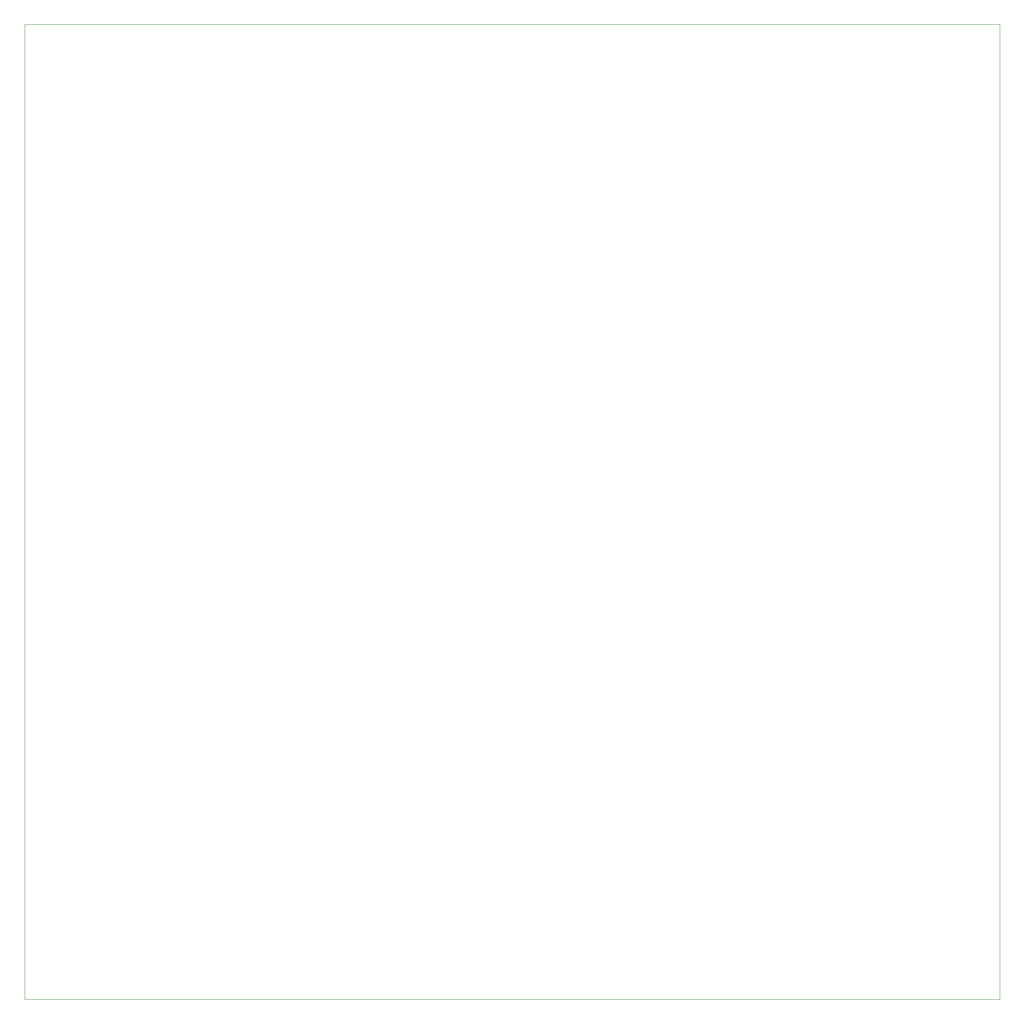
<source format=gbr>
%TF.GenerationSoftware,KiCad,Pcbnew,5.1.6-c6e7f7d~87~ubuntu18.04.1*%
%TF.CreationDate,2020-08-16T10:53:22+02:00*%
%TF.ProjectId,Elektronik,456c656b-7472-46f6-9e69-6b2e6b696361,rev?*%
%TF.SameCoordinates,Original*%
%TF.FileFunction,Profile,NP*%
%FSLAX46Y46*%
G04 Gerber Fmt 4.6, Leading zero omitted, Abs format (unit mm)*
G04 Created by KiCad (PCBNEW 5.1.6-c6e7f7d~87~ubuntu18.04.1) date 2020-08-16 10:53:22*
%MOMM*%
%LPD*%
G01*
G04 APERTURE LIST*
%TA.AperFunction,Profile*%
%ADD10C,0.050000*%
%TD*%
G04 APERTURE END LIST*
D10*
X233680000Y-18415000D02*
X233680000Y-219075000D01*
X33020000Y-18415000D02*
X233680000Y-18415000D01*
X33020000Y-219075000D02*
X33020000Y-18415000D01*
X233680000Y-219075000D02*
X33020000Y-219075000D01*
M02*

</source>
